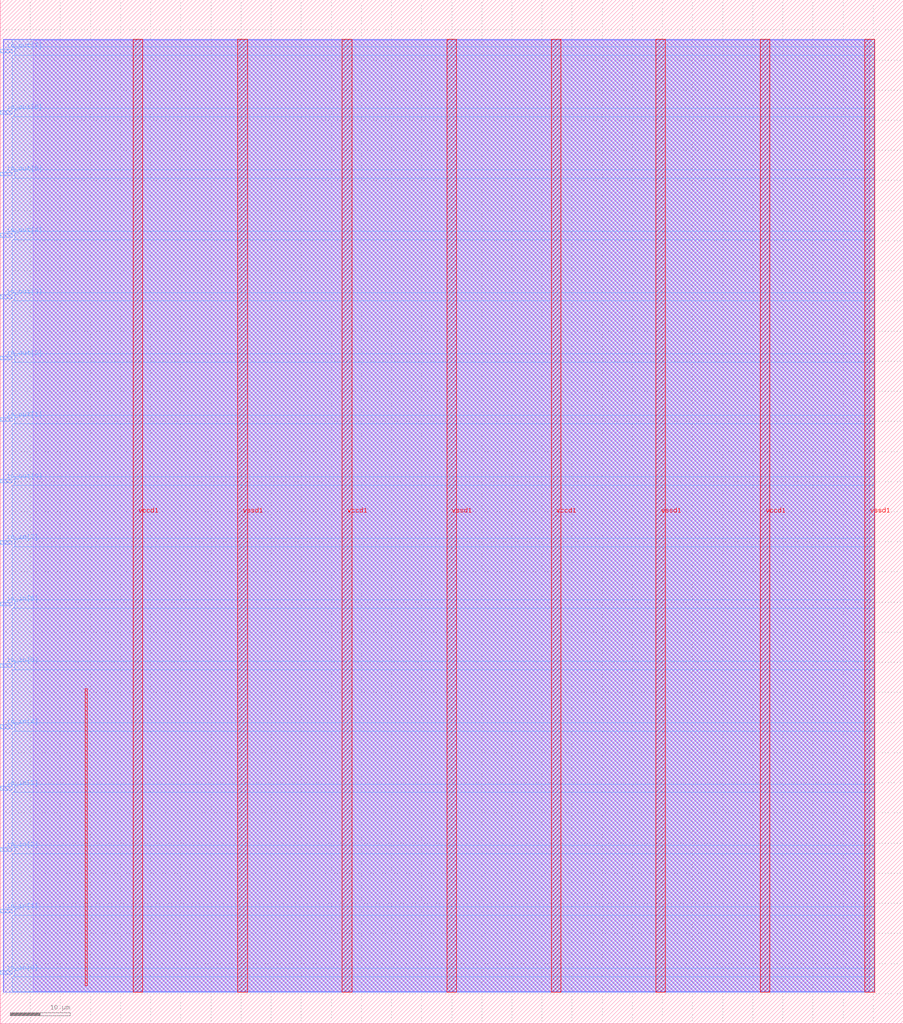
<source format=lef>
VERSION 5.7 ;
  NOWIREEXTENSIONATPIN ON ;
  DIVIDERCHAR "/" ;
  BUSBITCHARS "[]" ;
MACRO phasenoisepon_seven_segment_seconds
  CLASS BLOCK ;
  FOREIGN phasenoisepon_seven_segment_seconds ;
  ORIGIN 0.000 0.000 ;
  SIZE 150.000 BY 170.000 ;
  PIN io_in[0]
    DIRECTION INPUT ;
    USE SIGNAL ;
    PORT
      LAYER met3 ;
        RECT 0.000 8.200 2.000 8.800 ;
    END
  END io_in[0]
  PIN io_in[1]
    DIRECTION INPUT ;
    USE SIGNAL ;
    PORT
      LAYER met3 ;
        RECT 0.000 18.400 2.000 19.000 ;
    END
  END io_in[1]
  PIN io_in[2]
    DIRECTION INPUT ;
    USE SIGNAL ;
    PORT
      LAYER met3 ;
        RECT 0.000 28.600 2.000 29.200 ;
    END
  END io_in[2]
  PIN io_in[3]
    DIRECTION INPUT ;
    USE SIGNAL ;
    PORT
      LAYER met3 ;
        RECT 0.000 38.800 2.000 39.400 ;
    END
  END io_in[3]
  PIN io_in[4]
    DIRECTION INPUT ;
    USE SIGNAL ;
    PORT
      LAYER met3 ;
        RECT 0.000 49.000 2.000 49.600 ;
    END
  END io_in[4]
  PIN io_in[5]
    DIRECTION INPUT ;
    USE SIGNAL ;
    PORT
      LAYER met3 ;
        RECT 0.000 59.200 2.000 59.800 ;
    END
  END io_in[5]
  PIN io_in[6]
    DIRECTION INPUT ;
    USE SIGNAL ;
    PORT
      LAYER met3 ;
        RECT 0.000 69.400 2.000 70.000 ;
    END
  END io_in[6]
  PIN io_in[7]
    DIRECTION INPUT ;
    USE SIGNAL ;
    PORT
      LAYER met3 ;
        RECT 0.000 79.600 2.000 80.200 ;
    END
  END io_in[7]
  PIN io_out[0]
    DIRECTION OUTPUT TRISTATE ;
    USE SIGNAL ;
    PORT
      LAYER met3 ;
        RECT 0.000 89.800 2.000 90.400 ;
    END
  END io_out[0]
  PIN io_out[1]
    DIRECTION OUTPUT TRISTATE ;
    USE SIGNAL ;
    PORT
      LAYER met3 ;
        RECT 0.000 100.000 2.000 100.600 ;
    END
  END io_out[1]
  PIN io_out[2]
    DIRECTION OUTPUT TRISTATE ;
    USE SIGNAL ;
    PORT
      LAYER met3 ;
        RECT 0.000 110.200 2.000 110.800 ;
    END
  END io_out[2]
  PIN io_out[3]
    DIRECTION OUTPUT TRISTATE ;
    USE SIGNAL ;
    PORT
      LAYER met3 ;
        RECT 0.000 120.400 2.000 121.000 ;
    END
  END io_out[3]
  PIN io_out[4]
    DIRECTION OUTPUT TRISTATE ;
    USE SIGNAL ;
    PORT
      LAYER met3 ;
        RECT 0.000 130.600 2.000 131.200 ;
    END
  END io_out[4]
  PIN io_out[5]
    DIRECTION OUTPUT TRISTATE ;
    USE SIGNAL ;
    PORT
      LAYER met3 ;
        RECT 0.000 140.800 2.000 141.400 ;
    END
  END io_out[5]
  PIN io_out[6]
    DIRECTION OUTPUT TRISTATE ;
    USE SIGNAL ;
    PORT
      LAYER met3 ;
        RECT 0.000 151.000 2.000 151.600 ;
    END
  END io_out[6]
  PIN io_out[7]
    DIRECTION OUTPUT TRISTATE ;
    USE SIGNAL ;
    PORT
      LAYER met3 ;
        RECT 0.000 161.200 2.000 161.800 ;
    END
  END io_out[7]
  PIN vccd1
    DIRECTION INOUT ;
    USE POWER ;
    PORT
      LAYER met4 ;
        RECT 22.085 5.200 23.685 163.440 ;
    END
    PORT
      LAYER met4 ;
        RECT 56.815 5.200 58.415 163.440 ;
    END
    PORT
      LAYER met4 ;
        RECT 91.545 5.200 93.145 163.440 ;
    END
    PORT
      LAYER met4 ;
        RECT 126.275 5.200 127.875 163.440 ;
    END
  END vccd1
  PIN vssd1
    DIRECTION INOUT ;
    USE GROUND ;
    PORT
      LAYER met4 ;
        RECT 39.450 5.200 41.050 163.440 ;
    END
    PORT
      LAYER met4 ;
        RECT 74.180 5.200 75.780 163.440 ;
    END
    PORT
      LAYER met4 ;
        RECT 108.910 5.200 110.510 163.440 ;
    END
    PORT
      LAYER met4 ;
        RECT 143.640 5.200 145.240 163.440 ;
    END
  END vssd1
  OBS
      LAYER li1 ;
        RECT 5.520 5.355 144.440 163.285 ;
      LAYER met1 ;
        RECT 0.530 5.200 145.240 163.440 ;
      LAYER met2 ;
        RECT 0.560 5.255 145.210 163.385 ;
      LAYER met3 ;
        RECT 2.000 162.200 145.230 163.365 ;
        RECT 2.400 160.800 145.230 162.200 ;
        RECT 2.000 152.000 145.230 160.800 ;
        RECT 2.400 150.600 145.230 152.000 ;
        RECT 2.000 141.800 145.230 150.600 ;
        RECT 2.400 140.400 145.230 141.800 ;
        RECT 2.000 131.600 145.230 140.400 ;
        RECT 2.400 130.200 145.230 131.600 ;
        RECT 2.000 121.400 145.230 130.200 ;
        RECT 2.400 120.000 145.230 121.400 ;
        RECT 2.000 111.200 145.230 120.000 ;
        RECT 2.400 109.800 145.230 111.200 ;
        RECT 2.000 101.000 145.230 109.800 ;
        RECT 2.400 99.600 145.230 101.000 ;
        RECT 2.000 90.800 145.230 99.600 ;
        RECT 2.400 89.400 145.230 90.800 ;
        RECT 2.000 80.600 145.230 89.400 ;
        RECT 2.400 79.200 145.230 80.600 ;
        RECT 2.000 70.400 145.230 79.200 ;
        RECT 2.400 69.000 145.230 70.400 ;
        RECT 2.000 60.200 145.230 69.000 ;
        RECT 2.400 58.800 145.230 60.200 ;
        RECT 2.000 50.000 145.230 58.800 ;
        RECT 2.400 48.600 145.230 50.000 ;
        RECT 2.000 39.800 145.230 48.600 ;
        RECT 2.400 38.400 145.230 39.800 ;
        RECT 2.000 29.600 145.230 38.400 ;
        RECT 2.400 28.200 145.230 29.600 ;
        RECT 2.000 19.400 145.230 28.200 ;
        RECT 2.400 18.000 145.230 19.400 ;
        RECT 2.000 9.200 145.230 18.000 ;
        RECT 2.400 7.800 145.230 9.200 ;
        RECT 2.000 5.275 145.230 7.800 ;
      LAYER met4 ;
        RECT 14.095 6.295 14.425 55.585 ;
  END
END phasenoisepon_seven_segment_seconds
END LIBRARY


</source>
